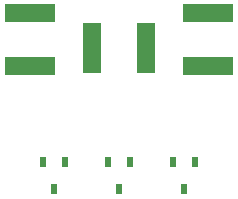
<source format=gbp>
G04 Layer_Color=128*
%FSLAX25Y25*%
%MOIN*%
G70*
G01*
G75*
%ADD69R,0.02362X0.03543*%
%ADD70R,0.16535X0.05906*%
%ADD71R,0.05906X0.16535*%
D69*
X-147638Y23031D02*
D03*
X-143898Y32087D02*
D03*
X-151378D02*
D03*
X-104331Y23031D02*
D03*
X-100591Y32087D02*
D03*
X-108071D02*
D03*
X-125984Y23032D02*
D03*
X-122244Y32087D02*
D03*
X-129725D02*
D03*
D70*
X-155512Y63976D02*
D03*
Y81693D02*
D03*
X-96457D02*
D03*
Y63976D02*
D03*
D71*
X-134843Y69882D02*
D03*
X-117126D02*
D03*
M02*

</source>
